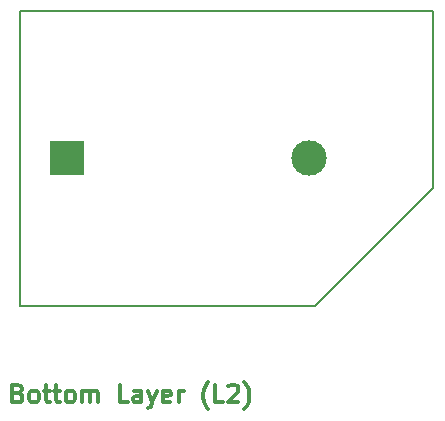
<source format=gbr>
%TF.GenerationSoftware,KiCad,Pcbnew,(5.1.9)-1*%
%TF.CreationDate,2021-07-03T23:42:05+08:00*%
%TF.ProjectId,Task1,5461736b-312e-46b6-9963-61645f706362,rev?*%
%TF.SameCoordinates,Original*%
%TF.FileFunction,Copper,L2,Bot*%
%TF.FilePolarity,Positive*%
%FSLAX46Y46*%
G04 Gerber Fmt 4.6, Leading zero omitted, Abs format (unit mm)*
G04 Created by KiCad (PCBNEW (5.1.9)-1) date 2021-07-03 23:42:05*
%MOMM*%
%LPD*%
G01*
G04 APERTURE LIST*
%TA.AperFunction,NonConductor*%
%ADD10C,0.300000*%
%TD*%
%TA.AperFunction,Profile*%
%ADD11C,0.200000*%
%TD*%
%TA.AperFunction,ComponentPad*%
%ADD12C,3.000000*%
%TD*%
%TA.AperFunction,ComponentPad*%
%ADD13R,3.000000X3.000000*%
%TD*%
G04 APERTURE END LIST*
D10*
X79864285Y-122392857D02*
X80078571Y-122464285D01*
X80150000Y-122535714D01*
X80221428Y-122678571D01*
X80221428Y-122892857D01*
X80150000Y-123035714D01*
X80078571Y-123107142D01*
X79935714Y-123178571D01*
X79364285Y-123178571D01*
X79364285Y-121678571D01*
X79864285Y-121678571D01*
X80007142Y-121750000D01*
X80078571Y-121821428D01*
X80150000Y-121964285D01*
X80150000Y-122107142D01*
X80078571Y-122250000D01*
X80007142Y-122321428D01*
X79864285Y-122392857D01*
X79364285Y-122392857D01*
X81078571Y-123178571D02*
X80935714Y-123107142D01*
X80864285Y-123035714D01*
X80792857Y-122892857D01*
X80792857Y-122464285D01*
X80864285Y-122321428D01*
X80935714Y-122250000D01*
X81078571Y-122178571D01*
X81292857Y-122178571D01*
X81435714Y-122250000D01*
X81507142Y-122321428D01*
X81578571Y-122464285D01*
X81578571Y-122892857D01*
X81507142Y-123035714D01*
X81435714Y-123107142D01*
X81292857Y-123178571D01*
X81078571Y-123178571D01*
X82007142Y-122178571D02*
X82578571Y-122178571D01*
X82221428Y-121678571D02*
X82221428Y-122964285D01*
X82292857Y-123107142D01*
X82435714Y-123178571D01*
X82578571Y-123178571D01*
X82864285Y-122178571D02*
X83435714Y-122178571D01*
X83078571Y-121678571D02*
X83078571Y-122964285D01*
X83150000Y-123107142D01*
X83292857Y-123178571D01*
X83435714Y-123178571D01*
X84150000Y-123178571D02*
X84007142Y-123107142D01*
X83935714Y-123035714D01*
X83864285Y-122892857D01*
X83864285Y-122464285D01*
X83935714Y-122321428D01*
X84007142Y-122250000D01*
X84150000Y-122178571D01*
X84364285Y-122178571D01*
X84507142Y-122250000D01*
X84578571Y-122321428D01*
X84650000Y-122464285D01*
X84650000Y-122892857D01*
X84578571Y-123035714D01*
X84507142Y-123107142D01*
X84364285Y-123178571D01*
X84150000Y-123178571D01*
X85292857Y-123178571D02*
X85292857Y-122178571D01*
X85292857Y-122321428D02*
X85364285Y-122250000D01*
X85507142Y-122178571D01*
X85721428Y-122178571D01*
X85864285Y-122250000D01*
X85935714Y-122392857D01*
X85935714Y-123178571D01*
X85935714Y-122392857D02*
X86007142Y-122250000D01*
X86150000Y-122178571D01*
X86364285Y-122178571D01*
X86507142Y-122250000D01*
X86578571Y-122392857D01*
X86578571Y-123178571D01*
X89150000Y-123178571D02*
X88435714Y-123178571D01*
X88435714Y-121678571D01*
X90292857Y-123178571D02*
X90292857Y-122392857D01*
X90221428Y-122250000D01*
X90078571Y-122178571D01*
X89792857Y-122178571D01*
X89650000Y-122250000D01*
X90292857Y-123107142D02*
X90150000Y-123178571D01*
X89792857Y-123178571D01*
X89650000Y-123107142D01*
X89578571Y-122964285D01*
X89578571Y-122821428D01*
X89650000Y-122678571D01*
X89792857Y-122607142D01*
X90150000Y-122607142D01*
X90292857Y-122535714D01*
X90864285Y-122178571D02*
X91221428Y-123178571D01*
X91578571Y-122178571D02*
X91221428Y-123178571D01*
X91078571Y-123535714D01*
X91007142Y-123607142D01*
X90864285Y-123678571D01*
X92721428Y-123107142D02*
X92578571Y-123178571D01*
X92292857Y-123178571D01*
X92150000Y-123107142D01*
X92078571Y-122964285D01*
X92078571Y-122392857D01*
X92150000Y-122250000D01*
X92292857Y-122178571D01*
X92578571Y-122178571D01*
X92721428Y-122250000D01*
X92792857Y-122392857D01*
X92792857Y-122535714D01*
X92078571Y-122678571D01*
X93435714Y-123178571D02*
X93435714Y-122178571D01*
X93435714Y-122464285D02*
X93507142Y-122321428D01*
X93578571Y-122250000D01*
X93721428Y-122178571D01*
X93864285Y-122178571D01*
X95935714Y-123750000D02*
X95864285Y-123678571D01*
X95721428Y-123464285D01*
X95650000Y-123321428D01*
X95578571Y-123107142D01*
X95507142Y-122750000D01*
X95507142Y-122464285D01*
X95578571Y-122107142D01*
X95650000Y-121892857D01*
X95721428Y-121750000D01*
X95864285Y-121535714D01*
X95935714Y-121464285D01*
X97221428Y-123178571D02*
X96507142Y-123178571D01*
X96507142Y-121678571D01*
X97650000Y-121821428D02*
X97721428Y-121750000D01*
X97864285Y-121678571D01*
X98221428Y-121678571D01*
X98364285Y-121750000D01*
X98435714Y-121821428D01*
X98507142Y-121964285D01*
X98507142Y-122107142D01*
X98435714Y-122321428D01*
X97578571Y-123178571D01*
X98507142Y-123178571D01*
X99007142Y-123750000D02*
X99078571Y-123678571D01*
X99221428Y-123464285D01*
X99292857Y-123321428D01*
X99364285Y-123107142D01*
X99435714Y-122750000D01*
X99435714Y-122464285D01*
X99364285Y-122107142D01*
X99292857Y-121892857D01*
X99221428Y-121750000D01*
X99078571Y-121535714D01*
X99007142Y-121464285D01*
D11*
X80000000Y-90000000D02*
X80000000Y-115000000D01*
X115000000Y-105000000D02*
X105000000Y-115000000D01*
X115000000Y-90000000D02*
X115000000Y-105000000D01*
X80000000Y-115000000D02*
X105000000Y-115000000D01*
X80000000Y-90000000D02*
X115000000Y-90000000D01*
D12*
%TO.P,BT1,2*%
%TO.N,Net-(BT1-Pad2)*%
X104490000Y-102500000D03*
D13*
%TO.P,BT1,1*%
%TO.N,Net-(BT1-Pad1)*%
X84000000Y-102500000D03*
%TD*%
M02*

</source>
